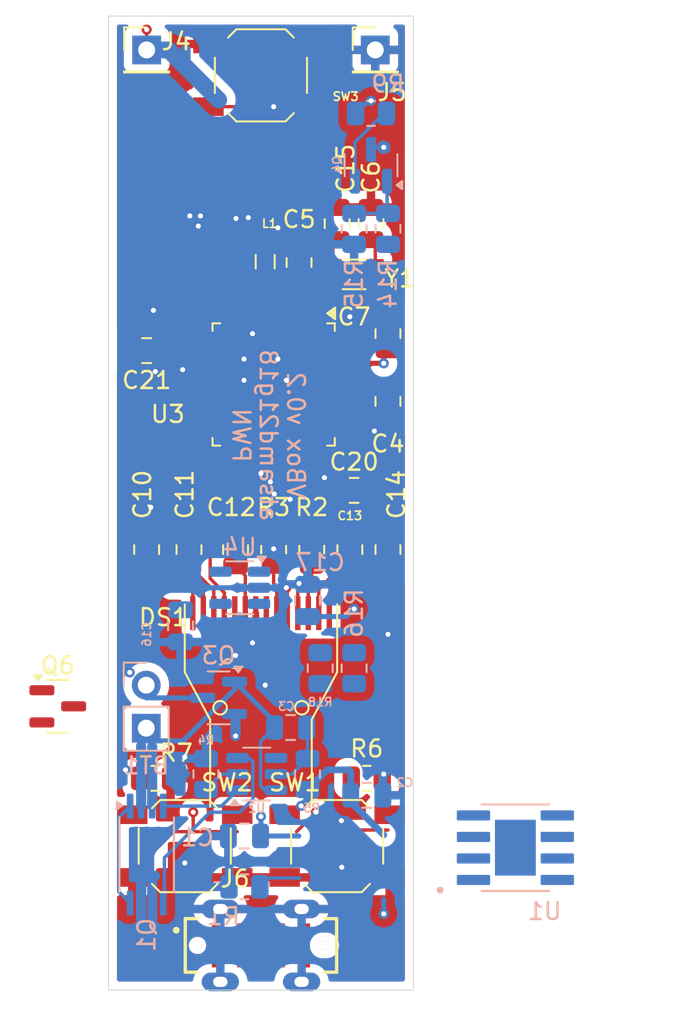
<source format=kicad_pcb>
(kicad_pcb
	(version 20240108)
	(generator "pcbnew")
	(generator_version "8.0")
	(general
		(thickness 1.6)
		(legacy_teardrops no)
	)
	(paper "A4")
	(layers
		(0 "F.Cu" signal)
		(1 "In1.Cu" signal)
		(2 "In2.Cu" signal)
		(31 "B.Cu" signal)
		(32 "B.Adhes" user "B.Adhesive")
		(33 "F.Adhes" user "F.Adhesive")
		(34 "B.Paste" user)
		(35 "F.Paste" user)
		(36 "B.SilkS" user "B.Silkscreen")
		(37 "F.SilkS" user "F.Silkscreen")
		(38 "B.Mask" user)
		(39 "F.Mask" user)
		(40 "Dwgs.User" user "User.Drawings")
		(41 "Cmts.User" user "User.Comments")
		(42 "Eco1.User" user "User.Eco1")
		(43 "Eco2.User" user "User.Eco2")
		(44 "Edge.Cuts" user)
		(45 "Margin" user)
		(46 "B.CrtYd" user "B.Courtyard")
		(47 "F.CrtYd" user "F.Courtyard")
		(48 "B.Fab" user)
		(49 "F.Fab" user)
		(50 "User.1" user)
		(51 "User.2" user)
		(52 "User.3" user)
		(53 "User.4" user)
		(54 "User.5" user)
		(55 "User.6" user)
		(56 "User.7" user)
		(57 "User.8" user)
		(58 "User.9" user)
	)
	(setup
		(stackup
			(layer "F.SilkS"
				(type "Top Silk Screen")
			)
			(layer "F.Paste"
				(type "Top Solder Paste")
			)
			(layer "F.Mask"
				(type "Top Solder Mask")
				(thickness 0.01)
			)
			(layer "F.Cu"
				(type "copper")
				(thickness 0.035)
			)
			(layer "dielectric 1"
				(type "prepreg")
				(thickness 0.1)
				(material "FR4")
				(epsilon_r 4.5)
				(loss_tangent 0.02)
			)
			(layer "In1.Cu"
				(type "copper")
				(thickness 0.035)
			)
			(layer "dielectric 2"
				(type "core")
				(thickness 1.24)
				(material "FR4")
				(epsilon_r 4.5)
				(loss_tangent 0.02)
			)
			(layer "In2.Cu"
				(type "copper")
				(thickness 0.035)
			)
			(layer "dielectric 3"
				(type "prepreg")
				(thickness 0.1)
				(material "FR4")
				(epsilon_r 4.5)
				(loss_tangent 0.02)
			)
			(layer "B.Cu"
				(type "copper")
				(thickness 0.035)
			)
			(layer "B.Mask"
				(type "Bottom Solder Mask")
				(thickness 0.01)
			)
			(layer "B.Paste"
				(type "Bottom Solder Paste")
			)
			(layer "B.SilkS"
				(type "Bottom Silk Screen")
			)
			(copper_finish "None")
			(dielectric_constraints no)
		)
		(pad_to_mask_clearance 0)
		(allow_soldermask_bridges_in_footprints no)
		(grid_origin 86.5 51.25)
		(pcbplotparams
			(layerselection 0x00010fc_ffffffff)
			(plot_on_all_layers_selection 0x0000000_00000000)
			(disableapertmacros no)
			(usegerberextensions no)
			(usegerberattributes yes)
			(usegerberadvancedattributes yes)
			(creategerberjobfile yes)
			(dashed_line_dash_ratio 12.000000)
			(dashed_line_gap_ratio 3.000000)
			(svgprecision 4)
			(plotframeref no)
			(viasonmask no)
			(mode 1)
			(useauxorigin no)
			(hpglpennumber 1)
			(hpglpenspeed 20)
			(hpglpendiameter 15.000000)
			(pdf_front_fp_property_popups yes)
			(pdf_back_fp_property_popups yes)
			(dxfpolygonmode yes)
			(dxfimperialunits yes)
			(dxfusepcbnewfont yes)
			(psnegative no)
			(psa4output no)
			(plotreference yes)
			(plotvalue yes)
			(plotfptext yes)
			(plotinvisibletext no)
			(sketchpadsonfab no)
			(subtractmaskfromsilk no)
			(outputformat 1)
			(mirror no)
			(drillshape 0)
			(scaleselection 1)
			(outputdirectory "./vbox-v0.2")
		)
	)
	(net 0 "")
	(net 1 "+BATT")
	(net 2 "Net-(U2-VCC)")
	(net 3 "RXD")
	(net 4 "TXD")
	(net 5 "MISO")
	(net 6 "RESET")
	(net 7 "SCK")
	(net 8 "MOSI")
	(net 9 "Net-(U2-OD)")
	(net 10 "Net-(Q1-Pad1)")
	(net 11 "Net-(U2-OC)")
	(net 12 "Net-(U1-PROG)")
	(net 13 "Net-(U2-CS)")
	(net 14 "moins")
	(net 15 "plus")
	(net 16 "fire")
	(net 17 "PWM")
	(net 18 "unconnected-(U1-TEMP-Pad1)")
	(net 19 "unconnected-(U2-TD-Pad4)")
	(net 20 "BOOST_EN")
	(net 21 "unconnected-(U1-~{CHRG}-Pad7)")
	(net 22 "unconnected-(U1-~{STDBY}-Pad6)")
	(net 23 "Net-(DS1-C2P)")
	(net 24 "Net-(DS1-C2N)")
	(net 25 "Net-(DS1-C1P)")
	(net 26 "Net-(DS1-C1N)")
	(net 27 "Net-(DS1-N.C.)")
	(net 28 "Net-(DS1-VCOMH)")
	(net 29 "Net-(DS1-VCC)")
	(net 30 "Net-(DS1-IREF)")
	(net 31 "Net-(DS1-RES#)")
	(net 32 "SDA")
	(net 33 "SCL")
	(net 34 "+USB5V")
	(net 35 "/-BT1")
	(net 36 "/+BT1")
	(net 37 "Net-(U3-VDDCORE)")
	(net 38 "unconnected-(J6-CC1-PadA5)")
	(net 39 "unconnected-(J6-CC2-PadB5)")
	(net 40 "PA24-USBd-")
	(net 41 "unconnected-(J6-SBU2-PadB8)")
	(net 42 "unconnected-(J6-SBU1-PadA8)")
	(net 43 "PA25-USBd+")
	(net 44 "Net-(Q6-G)")
	(net 45 "Net-(Q6-D)")
	(net 46 "unconnected-(U3-PA07-9-ADC-Pad12)")
	(net 47 "+3.3V")
	(net 48 "Net-(U3-VDDANA)")
	(net 49 "Net-(U3-PA00)")
	(net 50 "Net-(U3-PA01)")
	(net 51 "unconnected-(U3-PA28-27-Pad41)")
	(net 52 "unconnected-(U3-25-PB03-Pad48)")
	(net 53 "ss")
	(net 54 "coil+")
	(net 55 "Net-(Q4-S)")
	(net 56 "Net-(Q4-G)")
	(net 57 "unconnected-(U3-ADC-15-PB08-Pad7)")
	(net 58 "unconnected-(U3-PA13-38-Pad22)")
	(net 59 "batV")
	(net 60 "GND")
	(net 61 "CoilResSw")
	(net 62 "BatVoltSw")
	(net 63 "unconnected-(U3-PA14-2-Pad23)")
	(net 64 "unconnected-(U3-PA12-22-Pad21)")
	(net 65 "unconnected-(U3-24-PB11-Pad20)")
	(net 66 "unconnected-(U3-ADC-19-PB02-Pad47)")
	(net 67 "unconnected-(U3-ADC-16-PB09-Pad8)")
	(net 68 "unconnected-(U3-PA15-5-Pad24)")
	(net 69 "unconnected-(U3-23-PB10-Pad19)")
	(net 70 "unconnected-(U3-PA05-18-ADC-Pad10)")
	(net 71 "unconnected-(U3-PA30-44-SWCLK-Pad45)")
	(net 72 "unconnected-(U3-PA27-26-Pad39)")
	(net 73 "unconnected-(U3-PA31-45-SWDIO-Pad46)")
	(net 74 "unconnected-(U3-PA06-8-ADC-Pad11)")
	(net 75 "unconnected-(U4-NC-Pad4)")
	(footprint "My_footprint:oled DD-9616BE-3A_fliped(folded)" (layer "F.Cu") (at 95.5 85.484))
	(footprint "Capacitor_SMD:C_0805_2012Metric" (layer "F.Cu") (at 97.75 65.8 90))
	(footprint "Capacitor_SMD:C_0805_2012Metric" (layer "F.Cu") (at 88.75 71 180))
	(footprint "Resistor_SMD:R_0805_2012Metric" (layer "F.Cu") (at 96.25 82.75 90))
	(footprint "Resistor_SMD:R_0805_2012Metric" (layer "F.Cu") (at 98.5 82.75 -90))
	(footprint "Resistor_SMD:R_0805_2012Metric" (layer "F.Cu") (at 101.75 96.25 180))
	(footprint "Capacitor_SMD:C_0805_2012Metric" (layer "F.Cu") (at 100.75 82.75 -90))
	(footprint "Capacitor_SMD:C_0805_2012Metric" (layer "F.Cu") (at 91.25 82.75 -90))
	(footprint "Package_TO_SOT_SMD:SOT-23" (layer "F.Cu") (at 83.5 92))
	(footprint "Button_Switch_SMD:SW_SPST_SKQG_WithStem" (layer "F.Cu") (at 100 100.25))
	(footprint "Capacitor_SMD:C_0805_2012Metric" (layer "F.Cu") (at 102 63.5 -90))
	(footprint "Capacitor_SMD:C_0805_2012Metric" (layer "F.Cu") (at 94 82.75 -90))
	(footprint "Button_Switch_SMD:SW_SPST_SKQG_WithoutStem" (layer "F.Cu") (at 95.5 54.75 180))
	(footprint "Capacitor_SMD:C_0805_2012Metric" (layer "F.Cu") (at 103 70 -90))
	(footprint "Inductor_SMD:L_0805_2012Metric" (layer "F.Cu") (at 95.75 65.75 90))
	(footprint "Capacitor_SMD:C_0805_2012Metric" (layer "F.Cu") (at 100 63.5 -90))
	(footprint "Package_QFP:TQFP-48_7x7mm_P0.5mm" (layer "F.Cu") (at 96.25 73 -90))
	(footprint "Connector_PinHeader_2.54mm:PinHeader_1x01_P2.54mm_Vertical" (layer "F.Cu") (at 102.25 53.25))
	(footprint "Capacitor_SMD:C_0805_2012Metric" (layer "F.Cu") (at 103 82.75 -90))
	(footprint "Button_Switch_SMD:SW_SPST_SKQG_WithoutStem" (layer "F.Cu") (at 91 100.25))
	(footprint "Crystal:Crystal_SMD_3215-2Pin_3.2x1.5mm" (layer "F.Cu") (at 101 66.5))
	(footprint "Connector_PinHeader_2.54mm:PinHeader_1x01_P2.54mm_Vertical" (layer "F.Cu") (at 88.75 53.25))
	(footprint "Capacitor_SMD:C_0805_2012Metric" (layer "F.Cu") (at 101 79.25))
	(footprint "My_footprint:GCT_USB4120-03-C_REVA" (layer "F.Cu") (at 95.5 106.115))
	(footprint "Capacitor_SMD:C_0805_2012Metric" (layer "F.Cu") (at 88.75 82.75 -90))
	(footprint "Capacitor_SMD:C_0805_2012Metric" (layer "F.Cu") (at 103 74 -90))
	(footprint "Resistor_SMD:R_0805_2012Metric" (layer "F.Cu") (at 89.25 96.25))
	(footprint "My_footprint:SOP127P600X175-9N" (layer "B.Cu") (at 110.525 100.345))
	(footprint "Resistor_SMD:R_0805_2012Metric" (layer "B.Cu") (at 103 63.8125 -90))
	(footprint "Resistor_SMD:R_0805_2012Metric" (layer "B.Cu") (at 101 63.8125 90))
	(footprint "Package_TO_SOT_SMD:SOT-23-6" (layer "B.Cu") (at 95.25 96))
	(footprint "Capacitor_SMD:C_0805_2012Metric" (layer "B.Cu") (at 97.25 93.25 180))
	(footprint "Resistor_SMD:R_0805_2012Metric"
		(layer "B.Cu")
		(uuid "3c2da883-30e3-4f94-acae-33b24a890f14")
		(at 102 57)
		(descr "Resistor SMD 0805 (2012 Metric), square (rectangular) end terminal, IPC_7351 nominal, (Body size source: IPC-SM-782 page 72, https://www.pcb-3d.com/wordpress/wp-content/uploads/ipc-sm-782a_amendment_1_and_2.pdf), generated with kicad-footprint-generator")
		(tags "resistor")
		(property "Reference" "R9"
			(at 1 -1.75 0)
			(layer "B.SilkS")
			(uuid "f5c7adb5-a252-4101-a35d-41d7e6fd6c38")
			(effects
				(font
					(size 1 1)
					(thickness 0.15)
				)
				(justify mirror)
			)
		)
		(property "Value" "1r"
			(at 0 -1.65 0)
			(layer "B.Fab")
			(uuid "dde2d5f3-5038-40d3-921c-cb10ff053b2a")
			(effects
				(font
					(size 1 1)
					(thickness 0.15)
				)
				(justify mirror)
			)
		)
		(property "Footprint" "Resistor_SMD:R_0805_2012Metric"
			(at 0 0 180)
			(unlocked yes)
			(layer "B.Fab")
			(hide yes)
			(uuid "34aa5a09-52f6-44ed-b0b8-964f80e1ef16")
			(effects
				(font
					(size 1.27 1.27)
					(thickness 0.15)
				)
				(justify mirror)
			)
		)
		(property "Datasheet" ""
			(at 0 0 180)
			(unlocked yes)
			(layer "B.Fab")
			(hide yes)
			(uuid "b4323edf-d4be-4a27-91e9-0ae2feb1a988")
			(effects
				(font
					(size 1.27 1.27)
					(thickness 0.15)
				)
				(justify mirror)
			)
		)
		(property "Description" "Resistor"
			(at 0 0 180)
			(unlocked yes)
			(layer "B.Fab")
			(hide yes)
			(uuid "310d688d-6d77-41e0-a5ec-65ba3f2477a3")
			(effects
				(font
					(size 1.27 1.27)
					(thickness 0.15)
				)
				(justify mirror)
			)
		)
		(property ki_fp_filters "R_*")
		(path "/33192997-da45-4fbc-8475-b98de2abec6c")
		(sheetname "Root")
		(sheetfile "boxmod.kicad_sch")
		(attr smd)
		(fp_line
			(start 0.227064 -0.735)
			(end -0.227064 -0.735)
			(stroke
				(width 0.12)
				(type solid)
			)
			(layer "B.SilkS")
			(uuid "93a2a307-771f-430b-9cd6-a4aa75bd447b")
		)
		(fp_line
			(start 0.227064 0.735)
			(end -0.227064 0.735)
			(stroke
				(width 0.12)
				(type solid)
			)
			(layer "B.SilkS")
			(uuid "e0eaab08-3b3a-4d34-a6ed-4cde37a273d8")
		)
		(fp_line
			(start -1.68 -0.95)
			(end 1.68 -0.95)
			(stroke
				(width 0.05)
				(type solid)
			)
			(layer "B.CrtYd")
			(uuid "3fe138df-e6ef-491c-aeba-9dc763a42abe")
		)
		(fp_line
			(start -1.68 0.95)
			(end -1.68 -0.95)
			(stroke
				(width 0.05)
				(type solid)
			)
			(layer "B.CrtYd")
			(uuid "d49a6ba8-c92d-4ec5-a52e-1966b6316737")
		)
		(fp_line
			(start 1.68 -0.95)
			(end 1.68 0.95)
			(stroke
				(width 0.05)
				(type solid)
			)
			(layer "B.CrtYd")
			(uuid "7bd85fce-80bb-4b12-89e9-7bcbfe4b0a16")
		)
		(fp_line
			(start 1.68 0.95)
			(end -1.68 0.95)
			(stroke
				(width 0.05)
				(type solid)
			)
			(layer "B.CrtYd")
			(uuid "b8c99e2d-67d5-4fa1-8a41-fae07cb8359e")
		)
		(fp_line
			(start -1 -0.625)
			(end 1 -0.625)
			(stroke
				(width 0.1)
				(type solid)
			)
			(layer "B.Fab")
			(uuid "52ffc327-4ebc-4515-a426-5edc4950eb2b")
		)
		(fp_line
			(start -1 0.625)
			(end -1 -0.625)
			(stroke
				(width 0.1)
				(type solid)
			)
			(layer "B.Fab")
			(uuid "542682b9-5df6-4e47-ae13-9555c0aaa007")
		)
		(fp_line
			(start 1 -0.625)
			(end 1 0.625)
			(stroke
				(width 0.1)
				(type solid)
			)
			(layer "B.Fab")
			(uuid "554aa313-34f3-4f07-8ec5-94bbda120c01")
		)
		(fp_line
			(start 1 0.625)
			(
... [339861 chars truncated]
</source>
